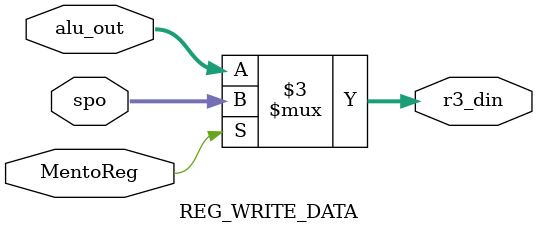
<source format=v>
`timescale 1ns / 1ps
module REG_WRITE_DATA(
    input [31:0] alu_out,
	 input [31:0] spo,
	 input MentoReg,
	 output reg [31:0] r3_din);
always@(*)
begin
	if(MentoReg)
		r3_din = spo;
	else
		r3_din = alu_out;
end


endmodule

</source>
